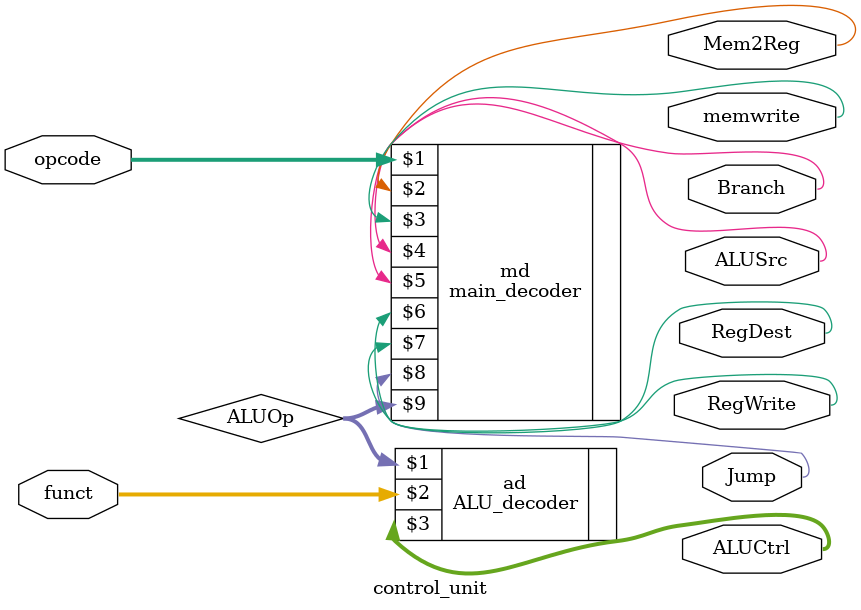
<source format=sv>
module control_unit(
	input logic[5:0] opcode, funct,
	output logic Mem2Reg, memwrite,
	output logic ALUSrc,
	output logic RegDest, RegWrite,
	output logic Jump, Branch,
	output logic[2:0] ALUCtrl
);

	logic [1:0] ALUOp;

	main_decoder md(opcode, Mem2Reg, memwrite, Branch, ALUSrc, RegDest, RegWrite, Jump, ALUOp);

	ALU_decoder ad(ALUOp, funct, ALUCtrl);

	//assign PCSrc = branch & zero;
endmodule

</source>
